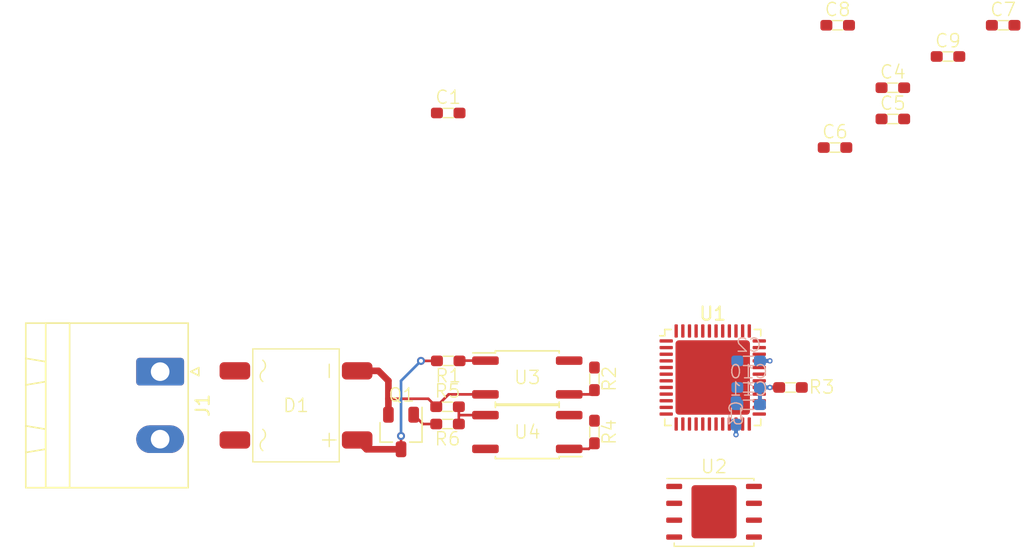
<source format=kicad_pcb>
(kicad_pcb (version 20210824) (generator pcbnew)
  (layers (0 "F.Cu" signal) (1 "In1.Cu" signal) (2 "In2.Cu" signal) (31 "B.Cu" signal) (34 "B.Paste" user) (35 "F.Paste" user) (36 "B.SilkS" user "B.Silkscreen") (37 "F.SilkS" user "F.Silkscreen") (38 "B.Mask" user) (39 "F.Mask" user) (44 "Edge.Cuts" user))
  (net 0 "")
  (net 5 "+1V2")
  (net 9 "/DALI_RX")
  (net 10 "/DALI_TX")
  (net 13 "Net-(U1-Pad14)")
  (net 14 "Net-(U1-Pad15)")
  (net 15 "Net-(U1-Pad16)")
  (net 16 "Net-(U1-Pad17)")
  (net 21 "+3V3")
  (net 45 "GND")
  (net 48 "Net-(U1-Pad29)")
  (net 51 "Net-(D1-Pad1)")
  (net 52 "Net-(D1-Pad2)")
  (net 53 "/DALI+")
  (net 54 "/DALI-")
  (net 55 "Net-(R1-Pad2)")
  (net 56 "Net-(Q1-Pad1)")
  (net 57 "Net-(R4-Pad2)")
  (net 58 "Net-(U4-Pad3)")
  (footprint "rhais_rcl:C0603" (layer "F.Cu") (at 159.1 92.6)
    (fp_text reference "C6" (at 0 -0.6) (layer "F.SilkS") (effects (font (thickness 0.1)) (justify bottom)))
    (fp_text value "10nF")
    (fp_line (start 0.4 0.35) (end -0.4 0.35) (layer "F.SilkS") (width 0.1))
    (fp_line (start -0.4 -0.35) (end 0.4 -0.35) (layer "F.SilkS") (width 0.1))
    (pad "1" smd roundrect (at -0.85 0) (size 0.9 0.8) (layers "F.Cu" "F.Paste" "F.Mask") (net 5 "+1V2"))
    (pad "2" smd roundrect (at 0.85 0) (size 0.9 0.8) (layers "F.Cu" "F.Paste" "F.Mask") (net 45 "GND"))
  )
  (footprint "rhais_rcl:R0603" (layer "F.Cu") (at 155.75 110.65 180)
    (fp_text reference "R3" (at -1.3 -0.55) (layer "F.SilkS") (effects (font (thickness 0.1)) (justify left bottom)))
    (fp_text value "100R" hide)
    (fp_line (start 0.4 -0.35) (end -0.4 -0.35) (layer "F.SilkS") (width 0.1))
    (fp_line (start -0.4 0.35) (end 0.4 0.35) (layer "F.SilkS") (width 0.1))
    (pad "1" smd roundrect (at -0.85 0 180) (size 0.9 0.8) (layers "F.Cu" "F.Paste" "F.Mask") (net 5 "+1V2"))
    (pad "2" smd roundrect (at 0.85 0 180) (size 0.9 0.8) (layers "F.Cu" "F.Paste" "F.Mask") (net 48 "Net-(U1-Pad29)"))
  )
  (footprint "rhais_package-smd:SO-4_4.4x3.6mm_P2.54mm" (layer "F.Cu") (at 135.95 109.9)
    (fp_text reference "U3" (at 0 0) (layer "F.SilkS") (effects (font (thickness 0.1))))
    (fp_text value "140357145300" hide)
    (fp_line (start -2.4 2) (end -2.4 1.85) (layer "F.SilkS") (width 0.12))
    (fp_line (start -2.4 -1.85) (end -2.4 -2) (layer "F.SilkS") (width 0.12))
    (fp_line (start 2.4 -2) (end 2.4 -1.85) (layer "F.SilkS") (width 0.12))
    (fp_line (start 2.4 2) (end -2.4 2) (layer "F.SilkS") (width 0.12))
    (fp_line (start -2.4 -1.85) (end -4.1 -1.85) (layer "F.SilkS") (width 0.12))
    (fp_line (start -2.4 -2) (end 2.4 -2) (layer "F.SilkS") (width 0.12))
    (fp_line (start 2.4 1.85) (end 2.4 2) (layer "F.SilkS") (width 0.12))
    (pad "1" smd roundrect locked (at -3.15 -1.27) (size 2 0.64) (layers "F.Cu" "F.Paste" "F.Mask") (net 55 "Net-(R1-Pad2)"))
    (pad "2" smd roundrect locked (at -3.15 1.27) (size 2 0.64) (layers "F.Cu" "F.Paste" "F.Mask") (net 54 "/DALI-"))
    (pad "3" smd roundrect locked (at 3.15 1.27) (size 2 0.64) (layers "F.Cu" "F.Paste" "F.Mask") (net 9 "/DALI_RX"))
    (pad "4" smd roundrect locked (at 3.15 -1.27) (size 2 0.64) (layers "F.Cu" "F.Paste" "F.Mask") (net 21 "+3V3"))
  )
  (footprint "rhais_rcl:C0603" (layer "F.Cu") (at 159.3 83.4)
    (fp_text reference "C8" (at 0 -0.6) (layer "F.SilkS") (effects (font (thickness 0.1)) (justify bottom)))
    (fp_text value "0.1uF")
    (fp_line (start 0.4 0.35) (end -0.4 0.35) (layer "F.SilkS") (width 0.1))
    (fp_line (start -0.4 -0.35) (end 0.4 -0.35) (layer "F.SilkS") (width 0.1))
    (pad "1" smd roundrect (at -0.85 0) (size 0.9 0.8) (layers "F.Cu" "F.Paste" "F.Mask") (net 5 "+1V2"))
    (pad "2" smd roundrect (at 0.85 0) (size 0.9 0.8) (layers "F.Cu" "F.Paste" "F.Mask") (net 45 "GND"))
  )
  (footprint "rhais_package-smd:SOT-23" (layer "F.Cu") (at 126.45 114 -90)
    (fp_text reference "Q1" (at -2.2 -0.05 180) (layer "F.SilkS") (effects (font (thickness 0.1)) (justify bottom)))
    (fp_text value "NX138BKR" hide)
    (fp_line (start 0.76 1.58) (end -0.7 1.58) (layer "F.SilkS") (width 0.12))
    (fp_line (start 0.76 -1.58) (end -1.85 -1.58) (layer "F.SilkS") (width 0.12))
    (fp_line (start 0.76 1.58) (end 0.76 0.65) (layer "F.SilkS") (width 0.12))
    (fp_line (start 0.76 -1.58) (end 0.76 -0.65) (layer "F.SilkS") (width 0.12))
    (pad "1" smd roundrect locked (at -1.3 -0.95 180) (size 0.8 1.2) (layers "F.Cu" "F.Paste" "F.Mask") (net 56 "Net-(Q1-Pad1)"))
    (pad "2" smd roundrect locked (at -1.3 0.95 180) (size 0.8 1.2) (layers "F.Cu" "F.Paste" "F.Mask") (net 54 "/DALI-"))
    (pad "3" smd roundrect locked (at 1.3 0 180) (size 0.8 1.2) (layers "F.Cu" "F.Paste" "F.Mask") (net 53 "/DALI+"))
  )
  (footprint "rhais_rcl:R0603" (layer "F.Cu") (at 141 114 -90)
    (fp_text reference "R4" (at 0 -1.7 90) (layer "F.SilkS") (effects (font (thickness 0.1)) (justify bottom)))
    (fp_text value "210R" hide)
    (fp_line (start 0.4 -0.35) (end -0.4 -0.35) (layer "F.SilkS") (width 0.1))
    (fp_line (start -0.4 0.35) (end 0.4 0.35) (layer "F.SilkS") (width 0.1))
    (pad "1" smd roundrect (at -0.85 0 270) (size 0.9 0.8) (layers "F.Cu" "F.Paste" "F.Mask") (net 10 "/DALI_TX"))
    (pad "2" smd roundrect (at 0.85 0 270) (size 0.9 0.8) (layers "F.Cu" "F.Paste" "F.Mask") (net 57 "Net-(R4-Pad2)"))
  )
  (footprint "rhais_rcl:R0603" (layer "F.Cu") (at 129.95 112.1)
    (fp_text reference "R5" (at 0 -0.6) (layer "F.SilkS") (effects (font (thickness 0.1)) (justify bottom)))
    (fp_text value "10k" hide)
    (fp_line (start 0.4 -0.35) (end -0.4 -0.35) (layer "F.SilkS") (width 0.1))
    (fp_line (start -0.4 0.35) (end 0.4 0.35) (layer "F.SilkS") (width 0.1))
    (pad "1" smd roundrect (at -0.85 0) (size 0.9 0.8) (layers "F.Cu" "F.Paste" "F.Mask") (net 54 "/DALI-"))
    (pad "2" smd roundrect (at 0.85 0) (size 0.9 0.8) (layers "F.Cu" "F.Paste" "F.Mask") (net 58 "Net-(U4-Pad3)"))
  )
  (footprint "rhais_diode:Bridge_Bridge_DBL" (layer "F.Cu") (at 118.55 112 -90)
    (fp_text reference "D1" (at 0 0) (layer "F.SilkS") (effects (font (thickness 0.1))))
    (fp_text value "D_Bridge_+-AA" hide)
    (fp_line (start 2.6 -3) (end 2.6 -2) (layer "F.SilkS") (width 0.1))
    (fp_line (start -4.25 -3.25) (end 4.25 -3.25) (layer "F.SilkS") (width 0.1))
    (fp_line (start 4.25 -3.25) (end 4.25 3.25) (layer "F.SilkS") (width 0.1))
    (fp_line (start 4.25 3.25) (end -4.25 3.25) (layer "F.SilkS") (width 0.1))
    (fp_line (start -3.1 -2.5) (end -2.1 -2.5) (layer "F.SilkS") (width 0.1))
    (fp_line (start 2.1 -2.5) (end 3.1 -2.5) (layer "F.SilkS") (width 0.1))
    (fp_line (start -4.25 3.25) (end -4.25 -3.25) (layer "F.SilkS") (width 0.1))
    (fp_arc (start -2.2 2.2) (end -2.2 2.7) (angle 51.34019175) (layer "F.SilkS") (width 0.1))
    (fp_arc (start 3 2.2) (end 3 2.7) (angle -53.13010235) (layer "F.SilkS") (width 0.1))
    (fp_arc (start -3 2.8) (end -3 2.3) (angle -53.13010235) (layer "F.SilkS") (width 0.1))
    (fp_arc (start -2.2 2.2) (end -2.2 2.7) (angle -53.13010235) (layer "F.SilkS") (width 0.1))
    (fp_arc (start 2.2 2.8) (end 2.2 2.3) (angle -53.13010235) (layer "F.SilkS") (width 0.1))
    (fp_arc (start 2.2 2.8) (end 2.6 2.5) (angle -53.13010235) (layer "F.SilkS") (width 0.1))
    (fp_arc (start 3 2.2) (end 3 2.7) (angle 51.34019175) (layer "F.SilkS") (width 0.1))
    (fp_arc (start -3 2.8) (end -2.6 2.5) (angle -53.13010235) (layer "F.SilkS") (width 0.1))
    (pad "1" smd roundrect (at -2.6 4.6 270) (size 1.3 2.3) (layers "F.Cu" "F.Paste" "F.Mask") (net 51 "Net-(D1-Pad1)"))
    (pad "2" smd roundrect (at 2.6 4.6 270) (size 1.3 2.3) (layers "F.Cu" "F.Paste" "F.Mask") (net 52 "Net-(D1-Pad2)"))
    (pad "3" smd roundrect (at 2.6 -4.6 270) (size 1.3 2.3) (layers "F.Cu" "F.Paste" "F.Mask") (net 53 "/DALI+"))
    (pad "4" smd roundrect (at -2.6 -4.6 270) (size 1.3 2.3) (layers "F.Cu" "F.Paste" "F.Mask") (net 54 "/DALI-"))
  )
  (footprint "Connector_Phoenix_MSTB:PhoenixContact_MSTBA_2,5_2-G-5,08_1x02_P5.08mm_Horizontal" (layer "F.Cu") (at 108.3275 109.46 -90)
    (fp_text reference "J1" (at 2.54 -3.2 90) (layer "F.SilkS"))
    (fp_text value "DALI")
    (fp_line (start 4.08 10.11) (end 6.08 10.11) (layer "F.SilkS") (width 0.12))
    (fp_line (start -3.65 6.81) (end 8.73 6.81) (layer "F.SilkS") (width 0.12))
    (fp_line (start 6.08 10.11) (end 5.83 8.61) (layer "F.SilkS") (width 0.12))
    (fp_line (start -3.65 -2.11) (end -3.65 10.11) (layer "F.SilkS") (width 0.12))
    (fp_line (start -3.65 8.61) (end -3.65 6.81) (layer "F.SilkS") (width 0.12))
    (fp_line (start -0.75 8.61) (end -1 10.11) (layer "F.SilkS") (width 0.12))
    (fp_line (start 0.3 -2.91) (end 0 -2.31) (layer "F.SilkS") (width 0.12))
    (fp_line (start 8.73 10.11) (end 8.73 -2.11) (layer "F.SilkS") (width 0.12))
    (fp_line (start 0.75 8.61) (end -0.75 8.61) (layer "F.SilkS") (width 0.12))
    (fp_line (start 4.33 8.61) (end 4.08 10.11) (layer "F.SilkS") (width 0.12))
    (fp_line (start 8.73 8.61) (end -3.65 8.61) (layer "F.SilkS") (width 0.12))
    (fp_line (start 5.83 8.61) (end 4.33 8.61) (layer "F.SilkS") (width 0.12))
    (fp_line (start -1 10.11) (end 1 10.11) (layer "F.SilkS") (width 0.12))
    (fp_line (start 8.73 6.81) (end 8.73 8.61) (layer "F.SilkS") (width 0.12))
    (fp_line (start -0.3 -2.91) (end 0.3 -2.91) (layer "F.SilkS") (width 0.12))
    (fp_line (start 8.73 -2.11) (end -3.65 -2.11) (layer "F.SilkS") (width 0.12))
    (fp_line (start 1 10.11) (end 0.75 8.61) (layer "F.SilkS") (width 0.12))
    (fp_line (start -3.65 10.11) (end 8.73 10.11) (layer "F.SilkS") (width 0.12))
    (fp_line (start 0 -2.31) (end -0.3 -2.91) (layer "F.SilkS") (width 0.12))
    (pad "1" thru_hole roundrect locked (at 0 0 270) (size 2.08 3.6) (drill 1.4) (layers *.Cu *.Mask) (roundrect_rratio 0.120192) (net 51 "Net-(D1-Pad1)"))
    (pad "2" thru_hole oval locked (at 5.08 0 270) (size 2.08 3.6) (drill 1.4) (layers *.Cu *.Mask) (net 52 "Net-(D1-Pad2)"))
  )
  (footprint "rhais_package-qfn:QFN-48-1EP_7x7mm_P0.5mm_EP5.6x5.6mm" (layer "F.Cu") (at 149.9 109.9)
    (fp_text reference "U1" (at 0 -4.8) (layer "F.SilkS"))
    (fp_text value "ICE40UP5K-SG48ITR" hide)
    (fp_line (start -3.61 3.61) (end -3.61 3.135) (layer "F.SilkS") (width 0.12))
    (fp_line (start -3.135 -3.61) (end -3.61 -3.61) (layer "F.SilkS") (width 0.12))
    (fp_line (start 3.135 3.61) (end 3.61 3.61) (layer "F.SilkS") (width 0.12))
    (fp_line (start -3.61 -3.14) (end -3.99 -3.14) (layer "F.SilkS") (width 0.12))
    (fp_line (start 3.61 -3.61) (end 3.61 -3.135) (layer "F.SilkS") (width 0.12))
    (fp_line (start 3.135 -3.61) (end 3.61 -3.61) (layer "F.SilkS") (width 0.12))
    (fp_line (start -3.135 3.61) (end -3.61 3.61) (layer "F.SilkS") (width 0.12))
    (fp_line (start 3.61 3.61) (end 3.61 3.135) (layer "F.SilkS") (width 0.12))
    (fp_line (start -3.61 -3.61) (end -3.61 -3.14) (layer "F.SilkS") (width 0.12))
    (pad "1" smd roundrect locked (at -3.5 -2.75) (size 1 0.25) (layers "F.Cu" "F.Paste" "F.Mask"))
    (pad "2" smd roundrect locked (at -3.5 -2.25) (size 1 0.25) (layers "F.Cu" "F.Paste" "F.Mask"))
    (pad "3" smd roundrect locked (at -3.5 -1.75) (size 1 0.25) (layers "F.Cu" "F.Paste" "F.Mask"))
    (pad "4" smd roundrect locked (at -3.5 -1.25) (size 1 0.25) (layers "F.Cu" "F.Paste" "F.Mask"))
    (pad "5" smd roundrect locked (at -3.5 -0.75) (size 1 0.25) (layers "F.Cu" "F.Paste" "F.Mask") (net 5 "+1V2"))
    (pad "6" smd roundrect locked (at -3.5 -0.25) (size 1 0.25) (layers "F.Cu" "F.Paste" "F.Mask"))
    (pad "7" smd roundrect locked (at -3.5 0.25) (size 1 0.25) (layers "F.Cu" "F.Paste" "F.Mask"))
    (pad "8" smd roundrect locked (at -3.5 0.75) (size 1 0.25) (layers "F.Cu" "F.Paste" "F.Mask"))
    (pad "9" smd roundrect locked (at -3.5 1.25) (size 1 0.25) (layers "F.Cu" "F.Paste" "F.Mask") (net 9 "/DALI_RX"))
    (pad "10" smd roundrect locked (at -3.5 1.75) (size 1 0.25) (layers "F.Cu" "F.Paste" "F.Mask") (net 10 "/DALI_TX"))
    (pad "11" smd roundrect locked (at -3.5 2.25) (size 1 0.25) (layers "F.Cu" "F.Paste" "F.Mask"))
    (pad "12" smd roundrect locked (at -3.5 2.75) (size 1 0.25) (layers "F.Cu" "F.Paste" "F.Mask"))
    (pad "13" smd roundrect locked (at -2.75 3.5) (size 0.25 1) (layers "F.Cu" "F.Paste" "F.Mask"))
    (pad "14" smd roundrect locked (at -2.25 3.5) (size 0.25 1) (layers "F.Cu" "F.Paste" "F.Mask") (net 13 "Net-(U1-Pad14)"))
    (pad "15" smd roundrect locked (at -1.75 3.5) (size 0.25 1) (layers "F.Cu" "F.Paste" "F.Mask") (net 14 "Net-(U1-Pad15)"))
    (pad "16" smd roundrect locked (at -1.25 3.5) (size 0.25 1) (layers "F.Cu" "F.Paste" "F.Mask") (net 15 "Net-(U1-Pad16)"))
    (pad "17" smd roundrect locked (at -0.75 3.5) (size 0.25 1) (layers "F.Cu" "F.Paste" "F.Mask") (net 16 "Net-(U1-Pad17)"))
    (pad "18" smd roundrect locked (at -0.25 3.5) (size 0.25 1) (layers "F.Cu" "F.Paste" "F.Mask"))
    (pad "19" smd roundrect locked (at 0.25 3.5) (size 0.25 1) (layers "F.Cu" "F.Paste" "F.Mask"))
    (pad "20" smd roundrect locked (at 0.75 3.5) (size 0.25 1) (layers "F.Cu" "F.Paste" "F.Mask"))
    (pad "21" smd roundrect locked (at 1.25 3.5) (size 0.25 1) (layers "F.Cu" "F.Paste" "F.Mask"))
    (pad "22" smd roundrect locked (at 1.75 3.5) (size 0.25 1) (layers "F.Cu" "F.Paste" "F.Mask") (net 21 "+3V3"))
    (pad "23" smd roundrect locked (at 2.25 3.5) (size 0.25 1) (layers "F.Cu" "F.Paste" "F.Mask"))
    (pad "24" smd roundrect locked (at 2.75 3.5) (size 0.25 1) (layers "F.Cu" "F.Paste" "F.Mask"))
    (pad "25" smd roundrect locked (at 3.5 2.75) (size 1 0.25) (layers "F.Cu" "F.Paste" "F.Mask"))
    (pad "26" smd roundrect locked (at 3.5 2.25) (size 1 0.25) (layers "F.Cu" "F.Paste" "F.Mask"))
    (pad "27" smd roundrect locked (at 3.5 1.75) (size 1 0.25) (layers "F.Cu" "F.Paste" "F.Mask"))
    (pad "28" smd roundrect locked (at 3.5 1.25) (size 1 0.25) (layers "F.Cu" "F.Paste" "F.Mask"))
    (pad "29" smd roundrect locked (at 3.5 0.75) (size 1 0.25) (layers "F.Cu" "F.Paste" "F.Mask") (net 48 "Net-(U1-Pad29)"))
    (pad "30" smd roundrect locked (at 3.5 0.25) (size 1 0.25) (layers "F.Cu" "F.Paste" "F.Mask") (net 5 "+1V2"))
    (pad "31" smd roundrect locked (at 3.5 -0.25) (size 1 0.25) (layers "F.Cu" "F.Paste" "F.Mask"))
    (pad "32" smd roundrect locked (at 3.5 -0.75) (size 1 0.25) (layers "F.Cu" "F.Paste" "F.Mask"))
    (pad "33" smd roundrect locked (at 3.5 -1.25) (size 1 0.25) (layers "F.Cu" "F.Paste" "F.Mask") (net 21 "+3V3"))
    (pad "34" smd roundrect locked (at 3.5 -1.75) (size 1 0.25) (layers "F.Cu" "F.Paste" "F.Mask"))
    (pad "35" smd roundrect locked (at 3.5 -2.25) (size 1 0.25) (layers "F.Cu" "F.Paste" "F.Mask"))
    (pad "36" smd roundrect locked (at 3.5 -2.75) (size 1 0.25) (layers "F.Cu" "F.Paste" "F.Mask"))
    (pad "37" smd roundrect locked (at 2.75 -3.5) (size 0.25 1) (layers "F.Cu" "F.Paste" "F.Mask"))
    (pad "38" smd roundrect locked (at 2.25 -3.5) (size 0.25 1) (layers "F.Cu" "F.Paste" "F.Mask"))
    (pad "39" smd roundrect locked (at 1.75 -3.5) (size 0.25 1) (layers "F.Cu" "F.Paste" "F.Mask"))
    (pad "40" smd roundrect locked (at 1.25 -3.5) (size 0.25 1) (layers "F.Cu" "F.Paste" "F.Mask"))
    (pad "41" smd roundrect locked (at 0.75 -3.5) (size 0.25 1) (layers "F.Cu" "F.Paste" "F.Mask"))
    (pad "42" smd roundrect locked (at 0.25 -3.5) (size 0.25 1) (layers "F.Cu" "F.Paste" "F.Mask"))
    (pad "43" smd roundrect locked (at -0.25 -3.5) (size 0.25 1) (layers "F.Cu" "F.Paste" "F.Mask"))
    (pad "44" smd roundrect locked (at -0.75 -3.5) (size 0.25 1) (layers "F.Cu" "F.Paste" "F.Mask"))
    (pad "45" smd roundrect locked (at -1.25 -3.5) (size 0.25 1) (layers "F.Cu" "F.Paste" "F.Mask"))
    (pad "46" smd roundrect locked (at -1.75 -3.5) (size 0.25 1) (layers "F.Cu" "F.Paste" "F.Mask"))
    (pad "47" smd roundrect locked (at -2.25 -3.5) (size 0.25 1) (layers "F.Cu" "F.Paste" "F.Mask"))
    (pad "48" smd roundrect locked (at -2.75 -3.5) (size 0.25 1) (layers "F.Cu" "F.Paste" "F.Mask"))
    (pad "49" smd roundrect locked (at 0 0) (size 5.6 5.6) (layers "F.Cu" "F.Mask") (roundrect_rratio 0.04464285714) (net 45 "GND"))
  )
  (footprint "rhais_package-smd:SO-4_4.4x3.6mm_P2.54mm" (layer "F.Cu") (at 135.95 114 180)
    (fp_text reference "U4" (at 0 0 180) (layer "F.SilkS") (effects (font (thickness 0.1))))
    (fp_text value "140357145300" hide)
    (fp_line (start 2.4 -2) (end 2.4 -1.85) (layer "F.SilkS") (width 0.12))
    (fp_line (start -2.4 -1.85) (end -2.4 -2) (layer "F.SilkS") (width 0.12))
    (fp_line (start 2.4 1.85) (end 2.4 2) (layer "F.SilkS") (width 0.12))
    (fp_line (start -2.4 -2) (end 2.4 -2) (layer "F.SilkS") (width 0.12))
    (fp_line (start 2.4 2) (end -2.4 2) (layer "F.SilkS") (width 0.12))
    (fp_line (start -2.4 2) (end -2.4 1.85) (layer "F.SilkS") (width 0.12))
    (fp_line (start -2.4 -1.85) (end -4.1 -1.85) (layer "F.SilkS") (width 0.12))
    (pad "1" smd roundrect locked (at -3.15 -1.27 180) (size 2 0.64) (layers "F.Cu" "F.Paste" "F.Mask") (net 57 "Net-(R4-Pad2)"))
    (pad "2" smd roundrect locked (at -3.15 1.27 180) (size 2 0.64) (layers "F.Cu" "F.Paste" "F.Mask") (net 45 "GND"))
    (pad "3" smd roundrect locked (at 3.15 1.27 180) (size 2 0.64) (layers "F.Cu" "F.Paste" "F.Mask") (net 58 "Net-(U4-Pad3)"))
    (pad "4" smd roundrect locked (at 3.15 -1.27 180) (size 2 0.64) (layers "F.Cu" "F.Paste" "F.Mask") (net 53 "/DALI+"))
  )
  (footprint "rhais_rcl:C0603" (layer "F.Cu") (at 163.45 90.45)
    (fp_text reference "C5" (at 0 -0.6) (layer "F.SilkS") (effects (font (thickness 0.1)) (justify bottom)))
    (fp_text value "0.1uF")
    (fp_line (start 0.4 0.35) (end -0.4 0.35) (layer "F.SilkS") (width 0.1))
    (fp_line (start -0.4 -0.35) (end 0.4 -0.35) (layer "F.SilkS") (width 0.1))
    (pad "1" smd roundrect (at -0.85 0) (size 0.9 0.8) (layers "F.Cu" "F.Paste" "F.Mask") (net 5 "+1V2"))
    (pad "2" smd roundrect (at 0.85 0) (size 0.9 0.8) (layers "F.Cu" "F.Paste" "F.Mask") (net 45 "GND"))
  )
  (footprint "rhais_rcl:R0603" (layer "F.Cu") (at 141 110 90)
    (fp_text reference "R2" (at 0 1.7 90) (layer "F.SilkS") (effects (font (thickness 0.1)) (justify bottom)))
    (fp_text value "10k" hide)
    (fp_line (start 0.4 -0.35) (end -0.4 -0.35) (layer "F.SilkS") (width 0.1))
    (fp_line (start -0.4 0.35) (end 0.4 0.35) (layer "F.SilkS") (width 0.1))
    (pad "1" smd roundrect (at -0.85 0 90) (size 0.9 0.8) (layers "F.Cu" "F.Paste" "F.Mask") (net 9 "/DALI_RX"))
    (pad "2" smd roundrect (at 0.85 0 90) (size 0.9 0.8) (layers "F.Cu" "F.Paste" "F.Mask") (net 45 "GND"))
  )
  (footprint "rhais_rcl:C0603" (layer "F.Cu") (at 163.45 88.1)
    (fp_text reference "C4" (at 0 -0.6) (layer "F.SilkS") (effects (font (thickness 0.1)) (justify bottom)))
    (fp_text value "1uF")
    (fp_line (start -0.4 -0.35) (end 0.4 -0.35) (layer "F.SilkS") (width 0.1))
    (fp_line (start 0.4 0.35) (end -0.4 0.35) (layer "F.SilkS") (width 0.1))
    (pad "1" smd roundrect (at -0.85 0) (size 0.9 0.8) (layers "F.Cu" "F.Paste" "F.Mask") (net 5 "+1V2"))
    (pad "2" smd roundrect (at 0.85 0) (size 0.9 0.8) (layers "F.Cu" "F.Paste" "F.Mask") (net 45 "GND"))
  )
  (footprint "rhais_rcl:R0603" (layer "F.Cu") (at 129.95 113.4 180)
    (fp_text reference "R6" (at 0 -1.7) (layer "F.SilkS") (effects (font (thickness 0.1)) (justify bottom)))
    (fp_text value "1k" hide)
    (fp_line (start 0.4 -0.35) (end -0.4 -0.35) (layer "F.SilkS") (width 0.1))
    (fp_line (start -0.4 0.35) (end 0.4 0.35) (layer "F.SilkS") (width 0.1))
    (pad "1" smd roundrect (at -0.85 0 180) (size 0.9 0.8) (layers "F.Cu" "F.Paste" "F.Mask") (net 58 "Net-(U4-Pad3)"))
    (pad "2" smd roundrect (at 0.85 0 180) (size 0.9 0.8) (layers "F.Cu" "F.Paste" "F.Mask") (net 56 "Net-(Q1-Pad1)"))
  )
  (footprint "rhais_rcl:C0603" (layer "F.Cu") (at 167.6 85.75)
    (fp_text reference "C9" (at 0 -0.6) (layer "F.SilkS") (effects (font (thickness 0.1)) (justify bottom)))
    (fp_text value "10uF")
    (fp_line (start 0.4 0.35) (end -0.4 0.35) (layer "F.SilkS") (width 0.1))
    (fp_line (start -0.4 -0.35) (end 0.4 -0.35) (layer "F.SilkS") (width 0.1))
    (pad "1" smd roundrect (at -0.85 0) (size 0.9 0.8) (layers "F.Cu" "F.Paste" "F.Mask") (net 5 "+1V2"))
    (pad "2" smd roundrect (at 0.85 0) (size 0.9 0.8) (layers "F.Cu" "F.Paste" "F.Mask") (net 45 "GND"))
  )
  (footprint "rhais_rcl:C0603" (layer "F.Cu") (at 171.75 83.4)
    (fp_text reference "C7" (at 0 -0.6) (layer "F.SilkS") (effects (font (thickness 0.1)) (justify bottom)))
    (fp_text value "1uF")
    (fp_line (start 0.4 0.35) (end -0.4 0.35) (layer "F.SilkS") (width 0.1))
    (fp_line (start -0.4 -0.35) (end 0.4 -0.35) (layer "F.SilkS") (width 0.1))
    (pad "1" smd roundrect (at -0.85 0) (size 0.9 0.8) (layers "F.Cu" "F.Paste" "F.Mask") (net 5 "+1V2"))
    (pad "2" smd roundrect (at 0.85 0) (size 0.9 0.8) (layers "F.Cu" "F.Paste" "F.Mask") (net 45 "GND"))
  )
  (footprint "rhais_package-qfn:UDFN-8-1EP_6x5mm_P1.27mm_EP3.4x4mm" (layer "F.Cu") (at 150 120)
    (fp_text reference "U2" (at 0 -3.4) (layer "F.SilkS") (effects (font (thickness 0.1))))
    (fp_text value "SPI-Flash_EP" hide)
    (fp_line (start -3 2.35) (end -3 2.6) (layer "F.SilkS") (width 0.1))
    (fp_line (start 3 2.35) (end 3 2.6) (layer "F.SilkS") (width 0.1))
    (fp_line (start 3 -2.5) (end 3 -2.35) (layer "F.SilkS") (width 0.1))
    (fp_line (start -3 2.6) (end 3 2.6) (layer "F.SilkS") (width 0.1))
    (fp_line (start 3 -2.5) (end -3.55 -2.5) (layer "F.SilkS") (width 0.1))
    (pad "1" smd roundrect (at -3 -1.905) (size 1.2 0.4) (layers "F.Cu" "F.Paste" "F.Mask") (net 15 "Net-(U1-Pad16)"))
    (pad "2" smd roundrect (at -3 -0.635) (size 1.2 0.4) (layers "F.Cu" "F.Paste" "F.Mask") (net 16 "Net-(U1-Pad17)"))
    (pad "3" smd roundrect (at -3 0.635) (size 1.2 0.4) (layers "F.Cu" "F.Paste" "F.Mask"))
    (pad "4" smd roundrect (at -3 1.905) (size 1.2 0.4) (layers "F.Cu" "F.Paste" "F.Mask") (net 45 "GND"))
    (pad "5" smd roundrect (at 3 1.905) (size 1.2 0.4) (layers "F.Cu" "F.Paste" "F.Mask") (net 13 "Net-(U1-Pad14)"))
    (pad "6" smd roundrect (at 3 0.635) (size 1.2 0.4) (layers "F.Cu" "F.Paste" "F.Mask") (net 14 "Net-(U1-Pad15)"))
    (pad "7" smd roundrect (at 3 -0.635) (size 1.2 0.4) (layers "F.Cu" "F.Paste" "F.Mask"))
    (pad "8" smd roundrect (at 3 -1.905) (size 1.2 0.4) (layers "F.Cu" "F.Paste" "F.Mask") (net 21 "+3V3"))
    (pad "9" smd roundrect (at 0 0) (size 3.4 4) (layers "F.Cu" "F.Paste" "F.Mask") (roundrect_rratio 0.074) (net 45 "GND"))
  )
  (footprint "rhais_rcl:C0603" (layer "F.Cu") (at 130 90)
    (fp_text reference "C1" (at 0 -0.6) (layer "F.SilkS") (effects (font (thickness 0.1)) (justify bottom)))
    (fp_text value "0.1uF")
    (fp_line (start 0.4 0.35) (end -0.4 0.35) (layer "F.SilkS") (width 0.1))
    (fp_line (start -0.4 -0.35) (end 0.4 -0.35) (layer "F.SilkS") (width 0.1))
    (pad "1" smd roundrect (at -0.85 0) (size 0.9 0.8) (layers "F.Cu" "F.Paste" "F.Mask"))
    (pad "2" smd roundrect (at 0.85 0) (size 0.9 0.8) (layers "F.Cu" "F.Paste" "F.Mask"))
  )
  (footprint "rhais_rcl:R0603" (layer "F.Cu") (at 130 108.65)
    (fp_text reference "R1" (at 0 1.7) (layer "F.SilkS") (effects (font (thickness 0.1)) (justify bottom)))
    (fp_text value "1k5" hide)
    (fp_line (start -0.4 0.35) (end 0.4 0.35) (layer "F.SilkS") (width 0.1))
    (fp_line (start 0.4 -0.35) (end -0.4 -0.35) (layer "F.SilkS") (width 0.1))
    (pad "1" smd roundrect (at -0.85 0) (size 0.9 0.8) (layers "F.Cu" "F.Paste" "F.Mask") (net 53 "/DALI+"))
    (pad "2" smd roundrect (at 0.85 0) (size 0.9 0.8) (layers "F.Cu" "F.Paste" "F.Mask") (net 55 "Net-(R1-Pad2)"))
  )
  (footprint "rhais_rcl:C0603" (layer "B.Cu") (at 152.6 110.65 180)
    (fp_text reference "C10" (at 0 0.6) (layer "B.SilkS") (effects (font (thickness 0.1)) (justify bottom mirror)))
    (fp_text value "0.1uF" hide)
    (fp_line (start 0.4 -0.35) (end -0.4 -0.35) (layer "B.SilkS") (width 0.1))
    (fp_line (start -0.4 0.35) (end 0.4 0.35) (layer "B.SilkS") (width 0.1))
    (pad "1" smd roundrect (at -0.85 0 180) (size 0.9 0.8) (layers "B.Cu" "B.Paste" "B.Mask") (net 48 "Net-(U1-Pad29)"))
    (pad "2" smd roundrect (at 0.85 0 180) (size 0.9 0.8) (layers "B.Cu" "B.Paste" "B.Mask") (net 45 "GND"))
  )
  (footprint "rhais_rcl:C0603" (layer "B.Cu") (at 152.6 108.65 180)
    (fp_text reference "C2" (at 0 0.6) (layer "B.SilkS") (effects (font (thickness 0.1)) (justify bottom mirror)))
    (fp_text value "0.1uF" hide)
    (fp_line (start 0.4 -0.35) (end -0.4 -0.35) (layer "B.SilkS") (width 0.1))
    (fp_line (start -0.4 0.35) (end 0.4 0.35) (layer "B.SilkS") (width 0.1))
    (pad "1" smd roundrect (at -0.85 0 180) (size 0.9 0.8) (layers "B.Cu" "B.Paste" "B.Mask") (net 21 "+3V3"))
    (pad "2" smd roundrect (at 0.85 0 180) (size 0.9 0.8) (layers "B.Cu" "B.Paste" "B.Mask") (net 45 "GND"))
  )
  (footprint "rhais_rcl:C0603" (layer "B.Cu") (at 152.6 111.95 180)
    (fp_text reference "C11" (at 0 0.6) (layer "B.SilkS") (effects (font (thickness 0.1)) (justify bottom mirror)))
    (fp_text value "10uF" hide)
    (fp_line (start 0.4 -0.35) (end -0.4 -0.35) (layer "B.SilkS") (width 0.1))
    (fp_line (start -0.4 0.35) (end 0.4 0.35) (layer "B.SilkS") (width 0.1))
    (pad "1" smd roundrect (at -0.85 0 180) (size 0.9 0.8) (layers "B.Cu" "B.Paste" "B.Mask") (net 48 "Net-(U1-Pad29)"))
    (pad "2" smd roundrect (at 0.85 0 180) (size 0.9 0.8) (layers "B.Cu" "B.Paste" "B.Mask") (net 45 "GND"))
  )
  (footprint "rhais_rcl:C0603" (layer "B.Cu") (at 151.65 112.6 90)
    (fp_text reference "C3" (at 0 0.6 90) (layer "B.SilkS") (effects (font (thickness 0.1)) (justify bottom mirror)))
    (fp_text value "0.1uF" hide)
    (fp_line (start -0.4 0.35) (end 0.4 0.35) (layer "B.SilkS") (width 0.1))
    (fp_line (start 0.4 -0.35) (end -0.4 -0.35) (layer "B.SilkS") (width 0.1))
    (pad "1" smd roundrect (at -0.85 0 90) (size 0.9 0.8) (layers "B.Cu" "B.Paste" "B.Mask") (net 21 "+3V3"))
    (pad "2" smd roundrect (at 0.85 0 90) (size 0.9 0.8) (layers "B.Cu" "B.Paste" "B.Mask") (net 45 "GND"))
  )
  (segment (start 140.68 111.17) (end 141 110.85) (width 0.2) (layer "F.Cu") (net 9))
  (segment (start 139.1 111.17) (end 140.68 111.17) (width 0.2) (layer "F.Cu") (net 9))
  (segment (start 151.65 113.4) (end 151.65 114.2) (width 0.3) (layer "F.Cu") (net 21))
  (segment (start 154.2 108.65) (end 153.4 108.65) (width 0.3) (layer "F.Cu") (net 21))
  (via (at 154.2 108.65) (size 0.4) (drill 0.2) (layers "F.Cu" "B.Cu") (net 21))
  (via (at 151.65 114.2) (size 0.4) (drill 0.2) (layers "F.Cu" "B.Cu") (net 21))
  (segment (start 151.65 114.2) (end 151.65 113.45) (width 0.3) (layer "B.Cu") (net 21))
  (segment (start 153.45 108.65) (end 154.2 108.65) (width 0.3) (layer "B.Cu") (net 21))
  (segment (start 153.4 110.65) (end 154.2 110.65) (width 0.3) (layer "F.Cu") (net 48))
  (segment (start 154.9 110.65) (end 154.2 110.65) (width 0.3) (layer "F.Cu") (net 48))
  (via (at 154.2 110.65) (size 0.4) (drill 0.2) (layers "F.Cu" "B.Cu") (net 48))
  (segment (start 154.2 110.65) (end 153.45 110.65) (width 0.3) (layer "B.Cu") (net 48))
  (segment (start 153.45 111.95) (end 153.45 110.65) (width 0.3) (layer "B.Cu") (net 48))
  (segment (start 123.85 115.3) (end 123.15 114.6) (width 0.5) (layer "F.Cu") (net 53))
  (segment (start 126.45 115.3) (end 126.45 114.3) (width 0.2) (layer "F.Cu") (net 53))
  (segment (start 126.45 115.3) (end 123.85 115.3) (width 0.5) (layer "F.Cu") (net 53))
  (segment (start 127.95 108.65) (end 129.15 108.65) (width 0.2) (layer "F.Cu") (net 53))
  (via (at 126.45 114.3) (size 0.6) (drill 0.3) (layers "F.Cu" "B.Cu") (net 53))
  (via (at 127.95 108.65) (size 0.6) (drill 0.3) (layers "F.Cu" "B.Cu") (net 53))
  (segment (start 126.45 110.15) (end 127.95 108.65) (width 0.2) (layer "B.Cu") (net 53))
  (segment (start 126.45 114.3) (end 126.45 110.15) (width 0.2) (layer "B.Cu") (net 53))
  (segment (start 125.5 110.15) (end 125.5 111.5) (width 0.5) (layer "F.Cu") (net 54))
  (segment (start 129.1 112.1) (end 128.5 111.5) (width 0.2) (layer "F.Cu") (net 54))
  (segment (start 125.5 111.5) (end 125.5 112.7) (width 0.5) (layer "F.Cu") (net 54))
  (segment (start 123.15 109.4) (end 124.75 109.4) (width 0.5) (layer "F.Cu") (net 54))
  (segment (start 128.5 111.5) (end 125.5 111.5) (width 0.2) (layer "F.Cu") (net 54))
  (segment (start 124.75 109.4) (end 125.5 110.15) (width 0.5) (layer "F.Cu") (net 54))
  (segment (start 132.8 111.17) (end 130.03 111.17) (width 0.2) (layer "F.Cu") (net 54))
  (segment (start 130.03 111.17) (end 129.1 112.1) (width 0.2) (layer "F.Cu") (net 54))
  (segment (start 132.8 108.63) (end 130.87 108.63) (width 0.2) (layer "F.Cu") (net 55))
  (segment (start 130.87 108.63) (end 130.85 108.65) (width 0.2) (layer "F.Cu") (net 55))
  (segment (start 127.4 112.7) (end 128.1 113.4) (width 0.2) (layer "F.Cu") (net 56))
  (segment (start 128.1 113.4) (end 129.1 113.4) (width 0.2) (layer "F.Cu") (net 56))
  (segment (start 139.1 115.27) (end 140.58 115.27) (width 0.2) (layer "F.Cu") (net 57))
  (segment (start 140.58 115.27) (end 141 114.85) (width 0.2) (layer "F.Cu") (net 57))
  (segment (start 130.82 112.73) (end 130.8 112.75) (width 0.2) (layer "F.Cu") (net 58))
  (segment (start 130.8 112.75) (end 130.8 112.1) (width 0.2) (layer "F.Cu") (net 58))
  (segment (start 130.8 113.4) (end 130.8 112.75) (width 0.2) (layer "F.Cu") (net 58))
  (segment (start 132.8 112.73) (end 130.82 112.73) (width 0.2) (layer "F.Cu") (net 58))
)
</source>
